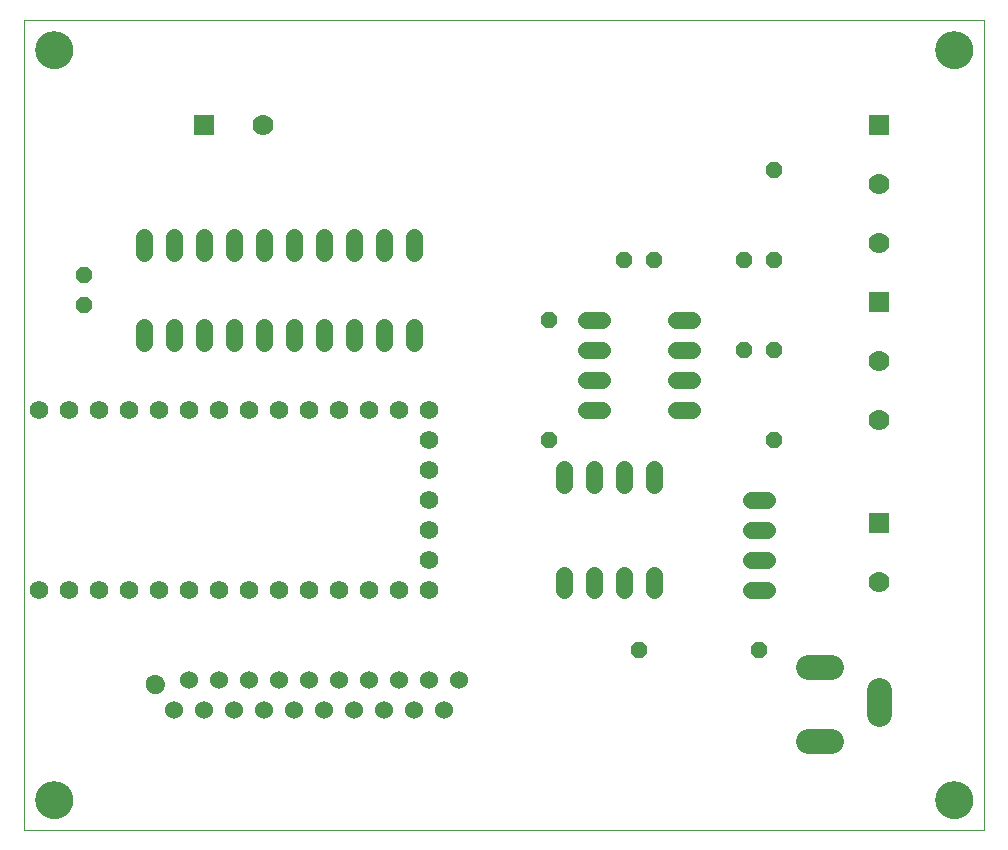
<source format=gbs>
G75*
%MOIN*%
%OFA0B0*%
%FSLAX25Y25*%
%IPPOS*%
%LPD*%
%AMOC8*
5,1,8,0,0,1.08239X$1,22.5*
%
%ADD10C,0.00000*%
%ADD11C,0.12605*%
%ADD12OC8,0.05600*%
%ADD13C,0.05600*%
%ADD14R,0.07000X0.07000*%
%ADD15C,0.07000*%
%ADD16C,0.06200*%
%ADD17C,0.08274*%
%ADD18C,0.06000*%
%ADD19C,0.06306*%
D10*
X0001400Y0005000D02*
X0321400Y0005000D01*
X0321400Y0275000D01*
X0001400Y0275000D01*
X0001400Y0005000D01*
X0005298Y0015000D02*
X0005300Y0015156D01*
X0005306Y0015312D01*
X0005316Y0015467D01*
X0005330Y0015622D01*
X0005348Y0015777D01*
X0005370Y0015931D01*
X0005395Y0016085D01*
X0005425Y0016238D01*
X0005459Y0016390D01*
X0005496Y0016542D01*
X0005537Y0016692D01*
X0005582Y0016841D01*
X0005631Y0016989D01*
X0005684Y0017136D01*
X0005740Y0017281D01*
X0005800Y0017425D01*
X0005864Y0017567D01*
X0005932Y0017708D01*
X0006003Y0017846D01*
X0006077Y0017983D01*
X0006155Y0018118D01*
X0006236Y0018251D01*
X0006321Y0018382D01*
X0006409Y0018511D01*
X0006500Y0018637D01*
X0006595Y0018761D01*
X0006692Y0018882D01*
X0006793Y0019001D01*
X0006897Y0019118D01*
X0007003Y0019231D01*
X0007113Y0019342D01*
X0007225Y0019450D01*
X0007340Y0019555D01*
X0007458Y0019658D01*
X0007578Y0019757D01*
X0007701Y0019853D01*
X0007826Y0019946D01*
X0007953Y0020035D01*
X0008083Y0020122D01*
X0008215Y0020205D01*
X0008349Y0020284D01*
X0008485Y0020361D01*
X0008623Y0020433D01*
X0008762Y0020503D01*
X0008904Y0020568D01*
X0009047Y0020630D01*
X0009191Y0020688D01*
X0009337Y0020743D01*
X0009485Y0020794D01*
X0009633Y0020841D01*
X0009783Y0020884D01*
X0009934Y0020923D01*
X0010086Y0020959D01*
X0010238Y0020990D01*
X0010392Y0021018D01*
X0010546Y0021042D01*
X0010700Y0021062D01*
X0010855Y0021078D01*
X0011011Y0021090D01*
X0011166Y0021098D01*
X0011322Y0021102D01*
X0011478Y0021102D01*
X0011634Y0021098D01*
X0011789Y0021090D01*
X0011945Y0021078D01*
X0012100Y0021062D01*
X0012254Y0021042D01*
X0012408Y0021018D01*
X0012562Y0020990D01*
X0012714Y0020959D01*
X0012866Y0020923D01*
X0013017Y0020884D01*
X0013167Y0020841D01*
X0013315Y0020794D01*
X0013463Y0020743D01*
X0013609Y0020688D01*
X0013753Y0020630D01*
X0013896Y0020568D01*
X0014038Y0020503D01*
X0014177Y0020433D01*
X0014315Y0020361D01*
X0014451Y0020284D01*
X0014585Y0020205D01*
X0014717Y0020122D01*
X0014847Y0020035D01*
X0014974Y0019946D01*
X0015099Y0019853D01*
X0015222Y0019757D01*
X0015342Y0019658D01*
X0015460Y0019555D01*
X0015575Y0019450D01*
X0015687Y0019342D01*
X0015797Y0019231D01*
X0015903Y0019118D01*
X0016007Y0019001D01*
X0016108Y0018882D01*
X0016205Y0018761D01*
X0016300Y0018637D01*
X0016391Y0018511D01*
X0016479Y0018382D01*
X0016564Y0018251D01*
X0016645Y0018118D01*
X0016723Y0017983D01*
X0016797Y0017846D01*
X0016868Y0017708D01*
X0016936Y0017567D01*
X0017000Y0017425D01*
X0017060Y0017281D01*
X0017116Y0017136D01*
X0017169Y0016989D01*
X0017218Y0016841D01*
X0017263Y0016692D01*
X0017304Y0016542D01*
X0017341Y0016390D01*
X0017375Y0016238D01*
X0017405Y0016085D01*
X0017430Y0015931D01*
X0017452Y0015777D01*
X0017470Y0015622D01*
X0017484Y0015467D01*
X0017494Y0015312D01*
X0017500Y0015156D01*
X0017502Y0015000D01*
X0017500Y0014844D01*
X0017494Y0014688D01*
X0017484Y0014533D01*
X0017470Y0014378D01*
X0017452Y0014223D01*
X0017430Y0014069D01*
X0017405Y0013915D01*
X0017375Y0013762D01*
X0017341Y0013610D01*
X0017304Y0013458D01*
X0017263Y0013308D01*
X0017218Y0013159D01*
X0017169Y0013011D01*
X0017116Y0012864D01*
X0017060Y0012719D01*
X0017000Y0012575D01*
X0016936Y0012433D01*
X0016868Y0012292D01*
X0016797Y0012154D01*
X0016723Y0012017D01*
X0016645Y0011882D01*
X0016564Y0011749D01*
X0016479Y0011618D01*
X0016391Y0011489D01*
X0016300Y0011363D01*
X0016205Y0011239D01*
X0016108Y0011118D01*
X0016007Y0010999D01*
X0015903Y0010882D01*
X0015797Y0010769D01*
X0015687Y0010658D01*
X0015575Y0010550D01*
X0015460Y0010445D01*
X0015342Y0010342D01*
X0015222Y0010243D01*
X0015099Y0010147D01*
X0014974Y0010054D01*
X0014847Y0009965D01*
X0014717Y0009878D01*
X0014585Y0009795D01*
X0014451Y0009716D01*
X0014315Y0009639D01*
X0014177Y0009567D01*
X0014038Y0009497D01*
X0013896Y0009432D01*
X0013753Y0009370D01*
X0013609Y0009312D01*
X0013463Y0009257D01*
X0013315Y0009206D01*
X0013167Y0009159D01*
X0013017Y0009116D01*
X0012866Y0009077D01*
X0012714Y0009041D01*
X0012562Y0009010D01*
X0012408Y0008982D01*
X0012254Y0008958D01*
X0012100Y0008938D01*
X0011945Y0008922D01*
X0011789Y0008910D01*
X0011634Y0008902D01*
X0011478Y0008898D01*
X0011322Y0008898D01*
X0011166Y0008902D01*
X0011011Y0008910D01*
X0010855Y0008922D01*
X0010700Y0008938D01*
X0010546Y0008958D01*
X0010392Y0008982D01*
X0010238Y0009010D01*
X0010086Y0009041D01*
X0009934Y0009077D01*
X0009783Y0009116D01*
X0009633Y0009159D01*
X0009485Y0009206D01*
X0009337Y0009257D01*
X0009191Y0009312D01*
X0009047Y0009370D01*
X0008904Y0009432D01*
X0008762Y0009497D01*
X0008623Y0009567D01*
X0008485Y0009639D01*
X0008349Y0009716D01*
X0008215Y0009795D01*
X0008083Y0009878D01*
X0007953Y0009965D01*
X0007826Y0010054D01*
X0007701Y0010147D01*
X0007578Y0010243D01*
X0007458Y0010342D01*
X0007340Y0010445D01*
X0007225Y0010550D01*
X0007113Y0010658D01*
X0007003Y0010769D01*
X0006897Y0010882D01*
X0006793Y0010999D01*
X0006692Y0011118D01*
X0006595Y0011239D01*
X0006500Y0011363D01*
X0006409Y0011489D01*
X0006321Y0011618D01*
X0006236Y0011749D01*
X0006155Y0011882D01*
X0006077Y0012017D01*
X0006003Y0012154D01*
X0005932Y0012292D01*
X0005864Y0012433D01*
X0005800Y0012575D01*
X0005740Y0012719D01*
X0005684Y0012864D01*
X0005631Y0013011D01*
X0005582Y0013159D01*
X0005537Y0013308D01*
X0005496Y0013458D01*
X0005459Y0013610D01*
X0005425Y0013762D01*
X0005395Y0013915D01*
X0005370Y0014069D01*
X0005348Y0014223D01*
X0005330Y0014378D01*
X0005316Y0014533D01*
X0005306Y0014688D01*
X0005300Y0014844D01*
X0005298Y0015000D01*
X0042069Y0053563D02*
X0042071Y0053671D01*
X0042077Y0053780D01*
X0042087Y0053888D01*
X0042101Y0053995D01*
X0042119Y0054102D01*
X0042140Y0054209D01*
X0042166Y0054314D01*
X0042196Y0054419D01*
X0042229Y0054522D01*
X0042266Y0054624D01*
X0042307Y0054724D01*
X0042351Y0054823D01*
X0042400Y0054921D01*
X0042451Y0055016D01*
X0042506Y0055109D01*
X0042565Y0055201D01*
X0042627Y0055290D01*
X0042692Y0055377D01*
X0042760Y0055461D01*
X0042831Y0055543D01*
X0042905Y0055622D01*
X0042982Y0055698D01*
X0043062Y0055772D01*
X0043145Y0055842D01*
X0043230Y0055910D01*
X0043317Y0055974D01*
X0043407Y0056035D01*
X0043499Y0056093D01*
X0043593Y0056147D01*
X0043689Y0056198D01*
X0043786Y0056245D01*
X0043886Y0056289D01*
X0043987Y0056329D01*
X0044089Y0056365D01*
X0044192Y0056397D01*
X0044297Y0056426D01*
X0044403Y0056450D01*
X0044509Y0056471D01*
X0044616Y0056488D01*
X0044724Y0056501D01*
X0044832Y0056510D01*
X0044941Y0056515D01*
X0045049Y0056516D01*
X0045158Y0056513D01*
X0045266Y0056506D01*
X0045374Y0056495D01*
X0045481Y0056480D01*
X0045588Y0056461D01*
X0045694Y0056438D01*
X0045799Y0056412D01*
X0045904Y0056381D01*
X0046006Y0056347D01*
X0046108Y0056309D01*
X0046208Y0056267D01*
X0046307Y0056222D01*
X0046404Y0056173D01*
X0046498Y0056120D01*
X0046591Y0056064D01*
X0046682Y0056005D01*
X0046771Y0055942D01*
X0046857Y0055877D01*
X0046941Y0055808D01*
X0047022Y0055736D01*
X0047100Y0055661D01*
X0047176Y0055583D01*
X0047249Y0055502D01*
X0047319Y0055419D01*
X0047385Y0055334D01*
X0047449Y0055246D01*
X0047509Y0055155D01*
X0047566Y0055063D01*
X0047619Y0054968D01*
X0047669Y0054872D01*
X0047715Y0054774D01*
X0047758Y0054674D01*
X0047797Y0054573D01*
X0047832Y0054470D01*
X0047864Y0054367D01*
X0047891Y0054262D01*
X0047915Y0054156D01*
X0047935Y0054049D01*
X0047951Y0053942D01*
X0047963Y0053834D01*
X0047971Y0053726D01*
X0047975Y0053617D01*
X0047975Y0053509D01*
X0047971Y0053400D01*
X0047963Y0053292D01*
X0047951Y0053184D01*
X0047935Y0053077D01*
X0047915Y0052970D01*
X0047891Y0052864D01*
X0047864Y0052759D01*
X0047832Y0052656D01*
X0047797Y0052553D01*
X0047758Y0052452D01*
X0047715Y0052352D01*
X0047669Y0052254D01*
X0047619Y0052158D01*
X0047566Y0052063D01*
X0047509Y0051971D01*
X0047449Y0051880D01*
X0047385Y0051792D01*
X0047319Y0051707D01*
X0047249Y0051624D01*
X0047176Y0051543D01*
X0047100Y0051465D01*
X0047022Y0051390D01*
X0046941Y0051318D01*
X0046857Y0051249D01*
X0046771Y0051184D01*
X0046682Y0051121D01*
X0046591Y0051062D01*
X0046499Y0051006D01*
X0046404Y0050953D01*
X0046307Y0050904D01*
X0046208Y0050859D01*
X0046108Y0050817D01*
X0046006Y0050779D01*
X0045904Y0050745D01*
X0045799Y0050714D01*
X0045694Y0050688D01*
X0045588Y0050665D01*
X0045481Y0050646D01*
X0045374Y0050631D01*
X0045266Y0050620D01*
X0045158Y0050613D01*
X0045049Y0050610D01*
X0044941Y0050611D01*
X0044832Y0050616D01*
X0044724Y0050625D01*
X0044616Y0050638D01*
X0044509Y0050655D01*
X0044403Y0050676D01*
X0044297Y0050700D01*
X0044192Y0050729D01*
X0044089Y0050761D01*
X0043987Y0050797D01*
X0043886Y0050837D01*
X0043786Y0050881D01*
X0043689Y0050928D01*
X0043593Y0050979D01*
X0043499Y0051033D01*
X0043407Y0051091D01*
X0043317Y0051152D01*
X0043230Y0051216D01*
X0043145Y0051284D01*
X0043062Y0051354D01*
X0042982Y0051428D01*
X0042905Y0051504D01*
X0042831Y0051583D01*
X0042760Y0051665D01*
X0042692Y0051749D01*
X0042627Y0051836D01*
X0042565Y0051925D01*
X0042506Y0052017D01*
X0042451Y0052110D01*
X0042400Y0052205D01*
X0042351Y0052303D01*
X0042307Y0052402D01*
X0042266Y0052502D01*
X0042229Y0052604D01*
X0042196Y0052707D01*
X0042166Y0052812D01*
X0042140Y0052917D01*
X0042119Y0053024D01*
X0042101Y0053131D01*
X0042087Y0053238D01*
X0042077Y0053346D01*
X0042071Y0053455D01*
X0042069Y0053563D01*
X0005298Y0265000D02*
X0005300Y0265156D01*
X0005306Y0265312D01*
X0005316Y0265467D01*
X0005330Y0265622D01*
X0005348Y0265777D01*
X0005370Y0265931D01*
X0005395Y0266085D01*
X0005425Y0266238D01*
X0005459Y0266390D01*
X0005496Y0266542D01*
X0005537Y0266692D01*
X0005582Y0266841D01*
X0005631Y0266989D01*
X0005684Y0267136D01*
X0005740Y0267281D01*
X0005800Y0267425D01*
X0005864Y0267567D01*
X0005932Y0267708D01*
X0006003Y0267846D01*
X0006077Y0267983D01*
X0006155Y0268118D01*
X0006236Y0268251D01*
X0006321Y0268382D01*
X0006409Y0268511D01*
X0006500Y0268637D01*
X0006595Y0268761D01*
X0006692Y0268882D01*
X0006793Y0269001D01*
X0006897Y0269118D01*
X0007003Y0269231D01*
X0007113Y0269342D01*
X0007225Y0269450D01*
X0007340Y0269555D01*
X0007458Y0269658D01*
X0007578Y0269757D01*
X0007701Y0269853D01*
X0007826Y0269946D01*
X0007953Y0270035D01*
X0008083Y0270122D01*
X0008215Y0270205D01*
X0008349Y0270284D01*
X0008485Y0270361D01*
X0008623Y0270433D01*
X0008762Y0270503D01*
X0008904Y0270568D01*
X0009047Y0270630D01*
X0009191Y0270688D01*
X0009337Y0270743D01*
X0009485Y0270794D01*
X0009633Y0270841D01*
X0009783Y0270884D01*
X0009934Y0270923D01*
X0010086Y0270959D01*
X0010238Y0270990D01*
X0010392Y0271018D01*
X0010546Y0271042D01*
X0010700Y0271062D01*
X0010855Y0271078D01*
X0011011Y0271090D01*
X0011166Y0271098D01*
X0011322Y0271102D01*
X0011478Y0271102D01*
X0011634Y0271098D01*
X0011789Y0271090D01*
X0011945Y0271078D01*
X0012100Y0271062D01*
X0012254Y0271042D01*
X0012408Y0271018D01*
X0012562Y0270990D01*
X0012714Y0270959D01*
X0012866Y0270923D01*
X0013017Y0270884D01*
X0013167Y0270841D01*
X0013315Y0270794D01*
X0013463Y0270743D01*
X0013609Y0270688D01*
X0013753Y0270630D01*
X0013896Y0270568D01*
X0014038Y0270503D01*
X0014177Y0270433D01*
X0014315Y0270361D01*
X0014451Y0270284D01*
X0014585Y0270205D01*
X0014717Y0270122D01*
X0014847Y0270035D01*
X0014974Y0269946D01*
X0015099Y0269853D01*
X0015222Y0269757D01*
X0015342Y0269658D01*
X0015460Y0269555D01*
X0015575Y0269450D01*
X0015687Y0269342D01*
X0015797Y0269231D01*
X0015903Y0269118D01*
X0016007Y0269001D01*
X0016108Y0268882D01*
X0016205Y0268761D01*
X0016300Y0268637D01*
X0016391Y0268511D01*
X0016479Y0268382D01*
X0016564Y0268251D01*
X0016645Y0268118D01*
X0016723Y0267983D01*
X0016797Y0267846D01*
X0016868Y0267708D01*
X0016936Y0267567D01*
X0017000Y0267425D01*
X0017060Y0267281D01*
X0017116Y0267136D01*
X0017169Y0266989D01*
X0017218Y0266841D01*
X0017263Y0266692D01*
X0017304Y0266542D01*
X0017341Y0266390D01*
X0017375Y0266238D01*
X0017405Y0266085D01*
X0017430Y0265931D01*
X0017452Y0265777D01*
X0017470Y0265622D01*
X0017484Y0265467D01*
X0017494Y0265312D01*
X0017500Y0265156D01*
X0017502Y0265000D01*
X0017500Y0264844D01*
X0017494Y0264688D01*
X0017484Y0264533D01*
X0017470Y0264378D01*
X0017452Y0264223D01*
X0017430Y0264069D01*
X0017405Y0263915D01*
X0017375Y0263762D01*
X0017341Y0263610D01*
X0017304Y0263458D01*
X0017263Y0263308D01*
X0017218Y0263159D01*
X0017169Y0263011D01*
X0017116Y0262864D01*
X0017060Y0262719D01*
X0017000Y0262575D01*
X0016936Y0262433D01*
X0016868Y0262292D01*
X0016797Y0262154D01*
X0016723Y0262017D01*
X0016645Y0261882D01*
X0016564Y0261749D01*
X0016479Y0261618D01*
X0016391Y0261489D01*
X0016300Y0261363D01*
X0016205Y0261239D01*
X0016108Y0261118D01*
X0016007Y0260999D01*
X0015903Y0260882D01*
X0015797Y0260769D01*
X0015687Y0260658D01*
X0015575Y0260550D01*
X0015460Y0260445D01*
X0015342Y0260342D01*
X0015222Y0260243D01*
X0015099Y0260147D01*
X0014974Y0260054D01*
X0014847Y0259965D01*
X0014717Y0259878D01*
X0014585Y0259795D01*
X0014451Y0259716D01*
X0014315Y0259639D01*
X0014177Y0259567D01*
X0014038Y0259497D01*
X0013896Y0259432D01*
X0013753Y0259370D01*
X0013609Y0259312D01*
X0013463Y0259257D01*
X0013315Y0259206D01*
X0013167Y0259159D01*
X0013017Y0259116D01*
X0012866Y0259077D01*
X0012714Y0259041D01*
X0012562Y0259010D01*
X0012408Y0258982D01*
X0012254Y0258958D01*
X0012100Y0258938D01*
X0011945Y0258922D01*
X0011789Y0258910D01*
X0011634Y0258902D01*
X0011478Y0258898D01*
X0011322Y0258898D01*
X0011166Y0258902D01*
X0011011Y0258910D01*
X0010855Y0258922D01*
X0010700Y0258938D01*
X0010546Y0258958D01*
X0010392Y0258982D01*
X0010238Y0259010D01*
X0010086Y0259041D01*
X0009934Y0259077D01*
X0009783Y0259116D01*
X0009633Y0259159D01*
X0009485Y0259206D01*
X0009337Y0259257D01*
X0009191Y0259312D01*
X0009047Y0259370D01*
X0008904Y0259432D01*
X0008762Y0259497D01*
X0008623Y0259567D01*
X0008485Y0259639D01*
X0008349Y0259716D01*
X0008215Y0259795D01*
X0008083Y0259878D01*
X0007953Y0259965D01*
X0007826Y0260054D01*
X0007701Y0260147D01*
X0007578Y0260243D01*
X0007458Y0260342D01*
X0007340Y0260445D01*
X0007225Y0260550D01*
X0007113Y0260658D01*
X0007003Y0260769D01*
X0006897Y0260882D01*
X0006793Y0260999D01*
X0006692Y0261118D01*
X0006595Y0261239D01*
X0006500Y0261363D01*
X0006409Y0261489D01*
X0006321Y0261618D01*
X0006236Y0261749D01*
X0006155Y0261882D01*
X0006077Y0262017D01*
X0006003Y0262154D01*
X0005932Y0262292D01*
X0005864Y0262433D01*
X0005800Y0262575D01*
X0005740Y0262719D01*
X0005684Y0262864D01*
X0005631Y0263011D01*
X0005582Y0263159D01*
X0005537Y0263308D01*
X0005496Y0263458D01*
X0005459Y0263610D01*
X0005425Y0263762D01*
X0005395Y0263915D01*
X0005370Y0264069D01*
X0005348Y0264223D01*
X0005330Y0264378D01*
X0005316Y0264533D01*
X0005306Y0264688D01*
X0005300Y0264844D01*
X0005298Y0265000D01*
X0305298Y0265000D02*
X0305300Y0265156D01*
X0305306Y0265312D01*
X0305316Y0265467D01*
X0305330Y0265622D01*
X0305348Y0265777D01*
X0305370Y0265931D01*
X0305395Y0266085D01*
X0305425Y0266238D01*
X0305459Y0266390D01*
X0305496Y0266542D01*
X0305537Y0266692D01*
X0305582Y0266841D01*
X0305631Y0266989D01*
X0305684Y0267136D01*
X0305740Y0267281D01*
X0305800Y0267425D01*
X0305864Y0267567D01*
X0305932Y0267708D01*
X0306003Y0267846D01*
X0306077Y0267983D01*
X0306155Y0268118D01*
X0306236Y0268251D01*
X0306321Y0268382D01*
X0306409Y0268511D01*
X0306500Y0268637D01*
X0306595Y0268761D01*
X0306692Y0268882D01*
X0306793Y0269001D01*
X0306897Y0269118D01*
X0307003Y0269231D01*
X0307113Y0269342D01*
X0307225Y0269450D01*
X0307340Y0269555D01*
X0307458Y0269658D01*
X0307578Y0269757D01*
X0307701Y0269853D01*
X0307826Y0269946D01*
X0307953Y0270035D01*
X0308083Y0270122D01*
X0308215Y0270205D01*
X0308349Y0270284D01*
X0308485Y0270361D01*
X0308623Y0270433D01*
X0308762Y0270503D01*
X0308904Y0270568D01*
X0309047Y0270630D01*
X0309191Y0270688D01*
X0309337Y0270743D01*
X0309485Y0270794D01*
X0309633Y0270841D01*
X0309783Y0270884D01*
X0309934Y0270923D01*
X0310086Y0270959D01*
X0310238Y0270990D01*
X0310392Y0271018D01*
X0310546Y0271042D01*
X0310700Y0271062D01*
X0310855Y0271078D01*
X0311011Y0271090D01*
X0311166Y0271098D01*
X0311322Y0271102D01*
X0311478Y0271102D01*
X0311634Y0271098D01*
X0311789Y0271090D01*
X0311945Y0271078D01*
X0312100Y0271062D01*
X0312254Y0271042D01*
X0312408Y0271018D01*
X0312562Y0270990D01*
X0312714Y0270959D01*
X0312866Y0270923D01*
X0313017Y0270884D01*
X0313167Y0270841D01*
X0313315Y0270794D01*
X0313463Y0270743D01*
X0313609Y0270688D01*
X0313753Y0270630D01*
X0313896Y0270568D01*
X0314038Y0270503D01*
X0314177Y0270433D01*
X0314315Y0270361D01*
X0314451Y0270284D01*
X0314585Y0270205D01*
X0314717Y0270122D01*
X0314847Y0270035D01*
X0314974Y0269946D01*
X0315099Y0269853D01*
X0315222Y0269757D01*
X0315342Y0269658D01*
X0315460Y0269555D01*
X0315575Y0269450D01*
X0315687Y0269342D01*
X0315797Y0269231D01*
X0315903Y0269118D01*
X0316007Y0269001D01*
X0316108Y0268882D01*
X0316205Y0268761D01*
X0316300Y0268637D01*
X0316391Y0268511D01*
X0316479Y0268382D01*
X0316564Y0268251D01*
X0316645Y0268118D01*
X0316723Y0267983D01*
X0316797Y0267846D01*
X0316868Y0267708D01*
X0316936Y0267567D01*
X0317000Y0267425D01*
X0317060Y0267281D01*
X0317116Y0267136D01*
X0317169Y0266989D01*
X0317218Y0266841D01*
X0317263Y0266692D01*
X0317304Y0266542D01*
X0317341Y0266390D01*
X0317375Y0266238D01*
X0317405Y0266085D01*
X0317430Y0265931D01*
X0317452Y0265777D01*
X0317470Y0265622D01*
X0317484Y0265467D01*
X0317494Y0265312D01*
X0317500Y0265156D01*
X0317502Y0265000D01*
X0317500Y0264844D01*
X0317494Y0264688D01*
X0317484Y0264533D01*
X0317470Y0264378D01*
X0317452Y0264223D01*
X0317430Y0264069D01*
X0317405Y0263915D01*
X0317375Y0263762D01*
X0317341Y0263610D01*
X0317304Y0263458D01*
X0317263Y0263308D01*
X0317218Y0263159D01*
X0317169Y0263011D01*
X0317116Y0262864D01*
X0317060Y0262719D01*
X0317000Y0262575D01*
X0316936Y0262433D01*
X0316868Y0262292D01*
X0316797Y0262154D01*
X0316723Y0262017D01*
X0316645Y0261882D01*
X0316564Y0261749D01*
X0316479Y0261618D01*
X0316391Y0261489D01*
X0316300Y0261363D01*
X0316205Y0261239D01*
X0316108Y0261118D01*
X0316007Y0260999D01*
X0315903Y0260882D01*
X0315797Y0260769D01*
X0315687Y0260658D01*
X0315575Y0260550D01*
X0315460Y0260445D01*
X0315342Y0260342D01*
X0315222Y0260243D01*
X0315099Y0260147D01*
X0314974Y0260054D01*
X0314847Y0259965D01*
X0314717Y0259878D01*
X0314585Y0259795D01*
X0314451Y0259716D01*
X0314315Y0259639D01*
X0314177Y0259567D01*
X0314038Y0259497D01*
X0313896Y0259432D01*
X0313753Y0259370D01*
X0313609Y0259312D01*
X0313463Y0259257D01*
X0313315Y0259206D01*
X0313167Y0259159D01*
X0313017Y0259116D01*
X0312866Y0259077D01*
X0312714Y0259041D01*
X0312562Y0259010D01*
X0312408Y0258982D01*
X0312254Y0258958D01*
X0312100Y0258938D01*
X0311945Y0258922D01*
X0311789Y0258910D01*
X0311634Y0258902D01*
X0311478Y0258898D01*
X0311322Y0258898D01*
X0311166Y0258902D01*
X0311011Y0258910D01*
X0310855Y0258922D01*
X0310700Y0258938D01*
X0310546Y0258958D01*
X0310392Y0258982D01*
X0310238Y0259010D01*
X0310086Y0259041D01*
X0309934Y0259077D01*
X0309783Y0259116D01*
X0309633Y0259159D01*
X0309485Y0259206D01*
X0309337Y0259257D01*
X0309191Y0259312D01*
X0309047Y0259370D01*
X0308904Y0259432D01*
X0308762Y0259497D01*
X0308623Y0259567D01*
X0308485Y0259639D01*
X0308349Y0259716D01*
X0308215Y0259795D01*
X0308083Y0259878D01*
X0307953Y0259965D01*
X0307826Y0260054D01*
X0307701Y0260147D01*
X0307578Y0260243D01*
X0307458Y0260342D01*
X0307340Y0260445D01*
X0307225Y0260550D01*
X0307113Y0260658D01*
X0307003Y0260769D01*
X0306897Y0260882D01*
X0306793Y0260999D01*
X0306692Y0261118D01*
X0306595Y0261239D01*
X0306500Y0261363D01*
X0306409Y0261489D01*
X0306321Y0261618D01*
X0306236Y0261749D01*
X0306155Y0261882D01*
X0306077Y0262017D01*
X0306003Y0262154D01*
X0305932Y0262292D01*
X0305864Y0262433D01*
X0305800Y0262575D01*
X0305740Y0262719D01*
X0305684Y0262864D01*
X0305631Y0263011D01*
X0305582Y0263159D01*
X0305537Y0263308D01*
X0305496Y0263458D01*
X0305459Y0263610D01*
X0305425Y0263762D01*
X0305395Y0263915D01*
X0305370Y0264069D01*
X0305348Y0264223D01*
X0305330Y0264378D01*
X0305316Y0264533D01*
X0305306Y0264688D01*
X0305300Y0264844D01*
X0305298Y0265000D01*
X0305298Y0015000D02*
X0305300Y0015156D01*
X0305306Y0015312D01*
X0305316Y0015467D01*
X0305330Y0015622D01*
X0305348Y0015777D01*
X0305370Y0015931D01*
X0305395Y0016085D01*
X0305425Y0016238D01*
X0305459Y0016390D01*
X0305496Y0016542D01*
X0305537Y0016692D01*
X0305582Y0016841D01*
X0305631Y0016989D01*
X0305684Y0017136D01*
X0305740Y0017281D01*
X0305800Y0017425D01*
X0305864Y0017567D01*
X0305932Y0017708D01*
X0306003Y0017846D01*
X0306077Y0017983D01*
X0306155Y0018118D01*
X0306236Y0018251D01*
X0306321Y0018382D01*
X0306409Y0018511D01*
X0306500Y0018637D01*
X0306595Y0018761D01*
X0306692Y0018882D01*
X0306793Y0019001D01*
X0306897Y0019118D01*
X0307003Y0019231D01*
X0307113Y0019342D01*
X0307225Y0019450D01*
X0307340Y0019555D01*
X0307458Y0019658D01*
X0307578Y0019757D01*
X0307701Y0019853D01*
X0307826Y0019946D01*
X0307953Y0020035D01*
X0308083Y0020122D01*
X0308215Y0020205D01*
X0308349Y0020284D01*
X0308485Y0020361D01*
X0308623Y0020433D01*
X0308762Y0020503D01*
X0308904Y0020568D01*
X0309047Y0020630D01*
X0309191Y0020688D01*
X0309337Y0020743D01*
X0309485Y0020794D01*
X0309633Y0020841D01*
X0309783Y0020884D01*
X0309934Y0020923D01*
X0310086Y0020959D01*
X0310238Y0020990D01*
X0310392Y0021018D01*
X0310546Y0021042D01*
X0310700Y0021062D01*
X0310855Y0021078D01*
X0311011Y0021090D01*
X0311166Y0021098D01*
X0311322Y0021102D01*
X0311478Y0021102D01*
X0311634Y0021098D01*
X0311789Y0021090D01*
X0311945Y0021078D01*
X0312100Y0021062D01*
X0312254Y0021042D01*
X0312408Y0021018D01*
X0312562Y0020990D01*
X0312714Y0020959D01*
X0312866Y0020923D01*
X0313017Y0020884D01*
X0313167Y0020841D01*
X0313315Y0020794D01*
X0313463Y0020743D01*
X0313609Y0020688D01*
X0313753Y0020630D01*
X0313896Y0020568D01*
X0314038Y0020503D01*
X0314177Y0020433D01*
X0314315Y0020361D01*
X0314451Y0020284D01*
X0314585Y0020205D01*
X0314717Y0020122D01*
X0314847Y0020035D01*
X0314974Y0019946D01*
X0315099Y0019853D01*
X0315222Y0019757D01*
X0315342Y0019658D01*
X0315460Y0019555D01*
X0315575Y0019450D01*
X0315687Y0019342D01*
X0315797Y0019231D01*
X0315903Y0019118D01*
X0316007Y0019001D01*
X0316108Y0018882D01*
X0316205Y0018761D01*
X0316300Y0018637D01*
X0316391Y0018511D01*
X0316479Y0018382D01*
X0316564Y0018251D01*
X0316645Y0018118D01*
X0316723Y0017983D01*
X0316797Y0017846D01*
X0316868Y0017708D01*
X0316936Y0017567D01*
X0317000Y0017425D01*
X0317060Y0017281D01*
X0317116Y0017136D01*
X0317169Y0016989D01*
X0317218Y0016841D01*
X0317263Y0016692D01*
X0317304Y0016542D01*
X0317341Y0016390D01*
X0317375Y0016238D01*
X0317405Y0016085D01*
X0317430Y0015931D01*
X0317452Y0015777D01*
X0317470Y0015622D01*
X0317484Y0015467D01*
X0317494Y0015312D01*
X0317500Y0015156D01*
X0317502Y0015000D01*
X0317500Y0014844D01*
X0317494Y0014688D01*
X0317484Y0014533D01*
X0317470Y0014378D01*
X0317452Y0014223D01*
X0317430Y0014069D01*
X0317405Y0013915D01*
X0317375Y0013762D01*
X0317341Y0013610D01*
X0317304Y0013458D01*
X0317263Y0013308D01*
X0317218Y0013159D01*
X0317169Y0013011D01*
X0317116Y0012864D01*
X0317060Y0012719D01*
X0317000Y0012575D01*
X0316936Y0012433D01*
X0316868Y0012292D01*
X0316797Y0012154D01*
X0316723Y0012017D01*
X0316645Y0011882D01*
X0316564Y0011749D01*
X0316479Y0011618D01*
X0316391Y0011489D01*
X0316300Y0011363D01*
X0316205Y0011239D01*
X0316108Y0011118D01*
X0316007Y0010999D01*
X0315903Y0010882D01*
X0315797Y0010769D01*
X0315687Y0010658D01*
X0315575Y0010550D01*
X0315460Y0010445D01*
X0315342Y0010342D01*
X0315222Y0010243D01*
X0315099Y0010147D01*
X0314974Y0010054D01*
X0314847Y0009965D01*
X0314717Y0009878D01*
X0314585Y0009795D01*
X0314451Y0009716D01*
X0314315Y0009639D01*
X0314177Y0009567D01*
X0314038Y0009497D01*
X0313896Y0009432D01*
X0313753Y0009370D01*
X0313609Y0009312D01*
X0313463Y0009257D01*
X0313315Y0009206D01*
X0313167Y0009159D01*
X0313017Y0009116D01*
X0312866Y0009077D01*
X0312714Y0009041D01*
X0312562Y0009010D01*
X0312408Y0008982D01*
X0312254Y0008958D01*
X0312100Y0008938D01*
X0311945Y0008922D01*
X0311789Y0008910D01*
X0311634Y0008902D01*
X0311478Y0008898D01*
X0311322Y0008898D01*
X0311166Y0008902D01*
X0311011Y0008910D01*
X0310855Y0008922D01*
X0310700Y0008938D01*
X0310546Y0008958D01*
X0310392Y0008982D01*
X0310238Y0009010D01*
X0310086Y0009041D01*
X0309934Y0009077D01*
X0309783Y0009116D01*
X0309633Y0009159D01*
X0309485Y0009206D01*
X0309337Y0009257D01*
X0309191Y0009312D01*
X0309047Y0009370D01*
X0308904Y0009432D01*
X0308762Y0009497D01*
X0308623Y0009567D01*
X0308485Y0009639D01*
X0308349Y0009716D01*
X0308215Y0009795D01*
X0308083Y0009878D01*
X0307953Y0009965D01*
X0307826Y0010054D01*
X0307701Y0010147D01*
X0307578Y0010243D01*
X0307458Y0010342D01*
X0307340Y0010445D01*
X0307225Y0010550D01*
X0307113Y0010658D01*
X0307003Y0010769D01*
X0306897Y0010882D01*
X0306793Y0010999D01*
X0306692Y0011118D01*
X0306595Y0011239D01*
X0306500Y0011363D01*
X0306409Y0011489D01*
X0306321Y0011618D01*
X0306236Y0011749D01*
X0306155Y0011882D01*
X0306077Y0012017D01*
X0306003Y0012154D01*
X0305932Y0012292D01*
X0305864Y0012433D01*
X0305800Y0012575D01*
X0305740Y0012719D01*
X0305684Y0012864D01*
X0305631Y0013011D01*
X0305582Y0013159D01*
X0305537Y0013308D01*
X0305496Y0013458D01*
X0305459Y0013610D01*
X0305425Y0013762D01*
X0305395Y0013915D01*
X0305370Y0014069D01*
X0305348Y0014223D01*
X0305330Y0014378D01*
X0305316Y0014533D01*
X0305306Y0014688D01*
X0305300Y0014844D01*
X0305298Y0015000D01*
D11*
X0311400Y0015000D03*
X0311400Y0265000D03*
X0011400Y0265000D03*
X0011400Y0015000D03*
D12*
X0176400Y0135000D03*
X0176400Y0175000D03*
X0201400Y0195000D03*
X0211400Y0195000D03*
X0241400Y0195000D03*
X0251400Y0195000D03*
X0251400Y0165000D03*
X0241400Y0165000D03*
X0251400Y0135000D03*
X0246400Y0065000D03*
X0206400Y0065000D03*
X0021400Y0180000D03*
X0021400Y0190000D03*
X0251400Y0225000D03*
D13*
X0224000Y0175000D02*
X0218800Y0175000D01*
X0218800Y0165000D02*
X0224000Y0165000D01*
X0224000Y0155000D02*
X0218800Y0155000D01*
X0218800Y0145000D02*
X0224000Y0145000D01*
X0211400Y0125200D02*
X0211400Y0120000D01*
X0201400Y0120000D02*
X0201400Y0125200D01*
X0191400Y0125200D02*
X0191400Y0120000D01*
X0181400Y0120000D02*
X0181400Y0125200D01*
X0188800Y0145000D02*
X0194000Y0145000D01*
X0194000Y0155000D02*
X0188800Y0155000D01*
X0188800Y0165000D02*
X0194000Y0165000D01*
X0194000Y0175000D02*
X0188800Y0175000D01*
X0131400Y0172600D02*
X0131400Y0167400D01*
X0121400Y0167400D02*
X0121400Y0172600D01*
X0111400Y0172600D02*
X0111400Y0167400D01*
X0101400Y0167400D02*
X0101400Y0172600D01*
X0091400Y0172600D02*
X0091400Y0167400D01*
X0081400Y0167400D02*
X0081400Y0172600D01*
X0071400Y0172600D02*
X0071400Y0167400D01*
X0061400Y0167400D02*
X0061400Y0172600D01*
X0051400Y0172600D02*
X0051400Y0167400D01*
X0041400Y0167400D02*
X0041400Y0172600D01*
X0041400Y0197400D02*
X0041400Y0202600D01*
X0051400Y0202600D02*
X0051400Y0197400D01*
X0061400Y0197400D02*
X0061400Y0202600D01*
X0071400Y0202600D02*
X0071400Y0197400D01*
X0081400Y0197400D02*
X0081400Y0202600D01*
X0091400Y0202600D02*
X0091400Y0197400D01*
X0101400Y0197400D02*
X0101400Y0202600D01*
X0111400Y0202600D02*
X0111400Y0197400D01*
X0121400Y0197400D02*
X0121400Y0202600D01*
X0131400Y0202600D02*
X0131400Y0197400D01*
X0243800Y0115000D02*
X0249000Y0115000D01*
X0249000Y0105000D02*
X0243800Y0105000D01*
X0243800Y0095000D02*
X0249000Y0095000D01*
X0249000Y0085000D02*
X0243800Y0085000D01*
X0211400Y0084800D02*
X0211400Y0090000D01*
X0201400Y0090000D02*
X0201400Y0084800D01*
X0191400Y0084800D02*
X0191400Y0090000D01*
X0181400Y0090000D02*
X0181400Y0084800D01*
D14*
X0286400Y0107205D03*
X0286400Y0180945D03*
X0286400Y0240000D03*
X0061400Y0240000D03*
D15*
X0081085Y0240000D03*
X0286400Y0220315D03*
X0286400Y0200630D03*
X0286400Y0161260D03*
X0286400Y0141575D03*
X0286400Y0087520D03*
D16*
X0136400Y0085000D03*
X0126400Y0085000D03*
X0116400Y0085000D03*
X0106400Y0085000D03*
X0096400Y0085000D03*
X0086400Y0085000D03*
X0076400Y0085000D03*
X0066400Y0085000D03*
X0056400Y0085000D03*
X0046400Y0085000D03*
X0036400Y0085000D03*
X0026400Y0085000D03*
X0016400Y0085000D03*
X0006400Y0085000D03*
X0006400Y0145000D03*
X0016400Y0145000D03*
X0026400Y0145000D03*
X0036400Y0145000D03*
X0046400Y0145000D03*
X0056400Y0145000D03*
X0066400Y0145000D03*
X0076400Y0145000D03*
X0086400Y0145000D03*
X0096400Y0145000D03*
X0106400Y0145000D03*
X0116400Y0145000D03*
X0126400Y0145000D03*
X0136400Y0145000D03*
X0136400Y0135000D03*
X0136400Y0125000D03*
X0136400Y0115000D03*
X0136400Y0105000D03*
X0136400Y0095000D03*
D17*
X0262620Y0059331D02*
X0270494Y0059331D01*
X0286243Y0051457D02*
X0286243Y0043583D01*
X0270494Y0034528D02*
X0262620Y0034528D01*
D18*
X0146400Y0055000D03*
X0136400Y0055000D03*
X0126400Y0055000D03*
X0121400Y0045000D03*
X0111400Y0045000D03*
X0101400Y0045000D03*
X0091400Y0045000D03*
X0081400Y0045000D03*
X0071400Y0045000D03*
X0066400Y0055000D03*
X0056400Y0055000D03*
X0051400Y0045000D03*
X0061400Y0045000D03*
X0076400Y0055000D03*
X0086400Y0055000D03*
X0096400Y0055000D03*
X0106400Y0055000D03*
X0116400Y0055000D03*
X0131400Y0045000D03*
X0141400Y0045000D03*
D19*
X0045022Y0053563D03*
M02*

</source>
